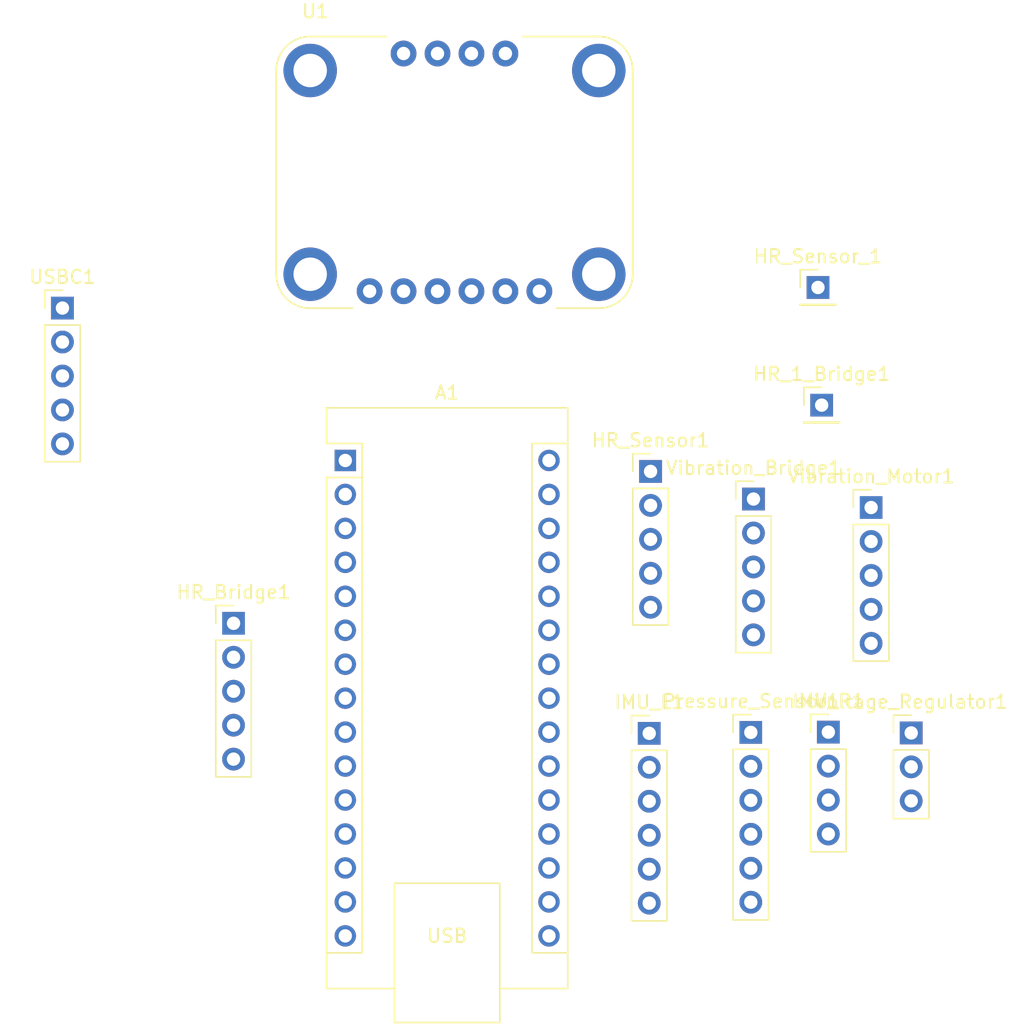
<source format=kicad_pcb>
(kicad_pcb (version 20241229) (generator "pcbnew") (generator_version "9.0")
  (layers (0 "F.Cu" signal) (4 "In1.Cu" signal) (6 "In2.Cu" signal) (2 "B.Cu" signal) (13 "F.Paste" user) (15 "B.Paste" user) (5 "F.SilkS" user "F.Silkscreen") (7 "B.SilkS" user "B.Silkscreen") (1 "F.Mask" user) (3 "B.Mask" user) (25 "Edge.Cuts" user))
  (net 0 "")
  (net 2 "/SCL")
  (net 3 "/SDA")
  (net 5 "/D5")
  (net 10 "GND")
  (net 11 "/D4")
  (net 21 "/D10")
  (net 24 "VCC")
  (net 41 "/3.3")
  (net 56 "/3.7")
  (footprint "Connector_PinHeader_2.54mm:PinHeader_1x01_P2.54mm_Vertical" (layer "F.Cu") (at 141.7 64.2)
    (property "Reference" "HR_1_Bridge1" (at 0 -2.33 0) (layer "F.SilkS"))
    (property "Value" "Conn_01x01")
    (fp_line (start -1.33 -1.33) (end 0 -1.33) (stroke (width 0.12)) (layer "F.SilkS"))
    (fp_line (start -1.33 0) (end -1.33 -1.33) (stroke (width 0.12)) (layer "F.SilkS"))
    (fp_line (start -1.33 1.27) (end -1.33 1.33) (stroke (width 0.12)) (layer "F.SilkS"))
    (fp_line (start -1.33 1.27) (end 1.33 1.27) (stroke (width 0.12)) (layer "F.SilkS"))
    (fp_line (start -1.33 1.33) (end 1.33 1.33) (stroke (width 0.12)) (layer "F.SilkS"))
    (fp_line (start 1.33 1.27) (end 1.33 1.33) (stroke (width 0.12)) (layer "F.SilkS"))
    (pad "1" thru_hole rect (at 0 0) (size 1.7 1.7) (drill 1) (layers "*.Cu" "*.Mask"))
  )
  (footprint "Module:Arduino_Nano" (layer "F.Cu") (at 106.06 68.34)
    (property "Reference" "A1" (at 7.62 -5.08 0) (layer "F.SilkS"))
    (property "Value" "Arduino_Nano_Every")
    (fp_line (start -1.4 -3.94) (end -1.4 -1.27) (stroke (width 0.12)) (layer "F.SilkS"))
    (fp_line (start -1.4 1.27) (end -1.4 39.5) (stroke (width 0.12)) (layer "F.SilkS"))
    (fp_line (start -1.4 39.5) (end 3.68 39.5) (stroke (width 0.12)) (layer "F.SilkS"))
    (fp_line (start 1.27 -1.27) (end -1.4 -1.27) (stroke (width 0.12)) (layer "F.SilkS"))
    (fp_line (start 1.27 1.27) (end -1.4 1.27) (stroke (width 0.12)) (layer "F.SilkS"))
    (fp_line (start 1.27 1.27) (end 1.27 -1.27) (stroke (width 0.12)) (layer "F.SilkS"))
    (fp_line (start 1.27 1.27) (end 1.27 36.83) (stroke (width 0.12)) (layer "F.SilkS"))
    (fp_line (start 1.27 36.83) (end -1.4 36.83) (stroke (width 0.12)) (layer "F.SilkS"))
    (fp_line (start 3.68 31.62) (end 11.56 31.62) (stroke (width 0.12)) (layer "F.SilkS"))
    (fp_line (start 3.68 42.04) (end 3.68 31.62) (stroke (width 0.12)) (layer "F.SilkS"))
    (fp_line (start 11.56 31.62) (end 11.56 42.04) (stroke (width 0.12)) (layer "F.SilkS"))
    (fp_line (start 11.56 42.04) (end 3.68 42.04) (stroke (width 0.12)) (layer "F.SilkS"))
    (fp_line (start 13.97 -1.27) (end 13.97 36.83) (stroke (width 0.12)) (layer "F.SilkS"))
    (fp_line (start 13.97 -1.27) (end 16.64 -1.27) (stroke (width 0.12)) (layer "F.SilkS"))
    (fp_line (start 13.97 36.83) (end 16.64 36.83) (stroke (width 0.12)) (layer "F.SilkS"))
    (fp_line (start 16.64 -3.94) (end -1.4 -3.94) (stroke (width 0.12)) (layer "F.SilkS"))
    (fp_line (start 16.64 39.5) (end 11.56 39.5) (stroke (width 0.12)) (layer "F.SilkS"))
    (fp_line (start 16.64 39.5) (end 16.64 -3.94) (stroke (width 0.12)) (layer "F.SilkS"))
    (fp_text user "USB" (at 7.62 35.56 0) (layer "F.SilkS"))
    (pad "1" thru_hole rect (at 0 0) (size 1.6 1.6) (drill 1) (layers "*.Cu" "*.Mask"))
    (pad "2" thru_hole oval (at 0 2.54) (size 1.6 1.6) (drill 1) (layers "*.Cu" "*.Mask"))
    (pad "3" thru_hole oval (at 0 5.08) (size 1.6 1.6) (drill 1) (layers "*.Cu" "*.Mask"))
    (pad "4" thru_hole oval (at 0 7.62) (size 1.6 1.6) (drill 1) (layers "*.Cu" "*.Mask") (net 10 "GND"))
    (pad "5" thru_hole oval (at 0 10.16) (size 1.6 1.6) (drill 1) (layers "*.Cu" "*.Mask"))
    (pad "6" thru_hole oval (at 0 12.7) (size 1.6 1.6) (drill 1) (layers "*.Cu" "*.Mask"))
    (pad "7" thru_hole oval (at 0 15.24) (size 1.6 1.6) (drill 1) (layers "*.Cu" "*.Mask") (net 11 "/D4"))
    (pad "8" thru_hole oval (at 0 17.78) (size 1.6 1.6) (drill 1) (layers "*.Cu" "*.Mask") (net 5 "/D5"))
    (pad "9" thru_hole oval (at 0 20.32) (size 1.6 1.6) (drill 1) (layers "*.Cu" "*.Mask"))
    (pad "10" thru_hole oval (at 0 22.86) (size 1.6 1.6) (drill 1) (layers "*.Cu" "*.Mask"))
    (pad "11" thru_hole oval (at 0 25.4) (size 1.6 1.6) (drill 1) (layers "*.Cu" "*.Mask"))
    (pad "12" thru_hole oval (at 0 27.94) (size 1.6 1.6) (drill 1) (layers "*.Cu" "*.Mask"))
    (pad "13" thru_hole oval (at 0 30.48) (size 1.6 1.6) (drill 1) (layers "*.Cu" "*.Mask") (net 21 "/D10"))
    (pad "14" thru_hole oval (at 0 33.02) (size 1.6 1.6) (drill 1) (layers "*.Cu" "*.Mask"))
    (pad "15" thru_hole oval (at 0 35.56) (size 1.6 1.6) (drill 1) (layers "*.Cu" "*.Mask"))
    (pad "16" thru_hole oval (at 15.24 35.56) (size 1.6 1.6) (drill 1) (layers "*.Cu" "*.Mask"))
    (pad "17" thru_hole oval (at 15.24 33.02) (size 1.6 1.6) (drill 1) (layers "*.Cu" "*.Mask"))
    (pad "18" thru_hole oval (at 15.24 30.48) (size 1.6 1.6) (drill 1) (layers "*.Cu" "*.Mask"))
    (pad "19" thru_hole oval (at 15.24 27.94) (size 1.6 1.6) (drill 1) (layers "*.Cu" "*.Mask"))
    (pad "20" thru_hole oval (at 15.24 25.4) (size 1.6 1.6) (drill 1) (layers "*.Cu" "*.Mask"))
    (pad "21" thru_hole oval (at 15.24 22.86) (size 1.6 1.6) (drill 1) (layers "*.Cu" "*.Mask"))
    (pad "22" thru_hole oval (at 15.24 20.32) (size 1.6 1.6) (drill 1) (layers "*.Cu" "*.Mask"))
    (pad "23" thru_hole oval (at 15.24 17.78) (size 1.6 1.6) (drill 1) (layers "*.Cu" "*.Mask") (net 3 "/SDA"))
    (pad "24" thru_hole oval (at 15.24 15.24) (size 1.6 1.6) (drill 1) (layers "*.Cu" "*.Mask") (net 2 "/SCL"))
    (pad "25" thru_hole oval (at 15.24 12.7) (size 1.6 1.6) (drill 1) (layers "*.Cu" "*.Mask"))
    (pad "26" thru_hole oval (at 15.24 10.16) (size 1.6 1.6) (drill 1) (layers "*.Cu" "*.Mask"))
    (pad "27" thru_hole oval (at 15.24 7.62) (size 1.6 1.6) (drill 1) (layers "*.Cu" "*.Mask"))
    (pad "28" thru_hole oval (at 15.24 5.08) (size 1.6 1.6) (drill 1) (layers "*.Cu" "*.Mask"))
    (pad "29" thru_hole oval (at 15.24 2.54) (size 1.6 1.6) (drill 1) (layers "*.Cu" "*.Mask") (net 10 "GND"))
    (pad "30" thru_hole oval (at 15.24 0) (size 1.6 1.6) (drill 1) (layers "*.Cu" "*.Mask"))
  )
  (footprint "Connector_PinHeader_2.54mm:PinHeader_1x03_P2.54mm_Vertical" (layer "F.Cu") (at 148.4 88.72)
    (property "Reference" "Voltage_Regulator1" (at 0 -2.33 0) (layer "F.SilkS"))
    (property "Value" "Conn_01x03")
    (fp_line (start -1.33 -1.33) (end 0 -1.33) (stroke (width 0.12)) (layer "F.SilkS"))
    (fp_line (start -1.33 0) (end -1.33 -1.33) (stroke (width 0.12)) (layer "F.SilkS"))
    (fp_line (start -1.33 1.27) (end -1.33 6.41) (stroke (width 0.12)) (layer "F.SilkS"))
    (fp_line (start -1.33 1.27) (end 1.33 1.27) (stroke (width 0.12)) (layer "F.SilkS"))
    (fp_line (start -1.33 6.41) (end 1.33 6.41) (stroke (width 0.12)) (layer "F.SilkS"))
    (fp_line (start 1.33 1.27) (end 1.33 6.41) (stroke (width 0.12)) (layer "F.SilkS"))
    (pad "1" thru_hole rect (at 0 0) (size 1.7 1.7) (drill 1) (layers "*.Cu" "*.Mask") (net 56 "/3.7"))
    (pad "2" thru_hole oval (at 0 2.54) (size 1.7 1.7) (drill 1) (layers "*.Cu" "*.Mask") (net 41 "/3.3"))
    (pad "3" thru_hole oval (at 0 5.08) (size 1.7 1.7) (drill 1) (layers "*.Cu" "*.Mask") (net 10 "GND"))
  )
  (footprint "Connector_PinHeader_2.54mm:PinHeader_1x05_P2.54mm_Vertical" (layer "F.Cu") (at 84.9 56.94)
    (property "Reference" "USBC1" (at 0 -2.33 0) (layer "F.SilkS"))
    (property "Value" "Conn_01x05")
    (fp_line (start -1.33 -1.33) (end 0 -1.33) (stroke (width 0.12)) (layer "F.SilkS"))
    (fp_line (start -1.33 0) (end -1.33 -1.33) (stroke (width 0.12)) (layer "F.SilkS"))
    (fp_line (start -1.33 1.27) (end -1.33 11.49) (stroke (width 0.12)) (layer "F.SilkS"))
    (fp_line (start -1.33 1.27) (end 1.33 1.27) (stroke (width 0.12)) (layer "F.SilkS"))
    (fp_line (start -1.33 11.49) (end 1.33 11.49) (stroke (width 0.12)) (layer "F.SilkS"))
    (fp_line (start 1.33 1.27) (end 1.33 11.49) (stroke (width 0.12)) (layer "F.SilkS"))
    (pad "1" thru_hole rect (at 0 0) (size 1.7 1.7) (drill 1) (layers "*.Cu" "*.Mask") (net 56 "/3.7"))
    (pad "2" thru_hole oval (at 0 2.54) (size 1.7 1.7) (drill 1) (layers "*.Cu" "*.Mask") (net 10 "GND"))
    (pad "3" thru_hole oval (at 0 5.08) (size 1.7 1.7) (drill 1) (layers "*.Cu" "*.Mask"))
    (pad "4" thru_hole oval (at 0 7.62) (size 1.7 1.7) (drill 1) (layers "*.Cu" "*.Mask"))
    (pad "5" thru_hole oval (at 0 10.16) (size 1.7 1.7) (drill 1) (layers "*.Cu" "*.Mask"))
  )
  (footprint "Connector_PinHeader_2.54mm:PinHeader_1x06_P2.54mm_Vertical" (layer "F.Cu") (at 136.4 88.68)
    (property "Reference" "Pressure_Sensor1" (at 0 -2.33 0) (layer "F.SilkS"))
    (property "Value" "Conn_01x06")
    (fp_line (start -1.33 -1.33) (end 0 -1.33) (stroke (width 0.12)) (layer "F.SilkS"))
    (fp_line (start -1.33 0) (end -1.33 -1.33) (stroke (width 0.12)) (layer "F.SilkS"))
    (fp_line (start -1.33 1.27) (end -1.33 14.03) (stroke (width 0.12)) (layer "F.SilkS"))
    (fp_line (start -1.33 1.27) (end 1.33 1.27) (stroke (width 0.12)) (layer "F.SilkS"))
    (fp_line (start -1.33 14.03) (end 1.33 14.03) (stroke (width 0.12)) (layer "F.SilkS"))
    (fp_line (start 1.33 1.27) (end 1.33 14.03) (stroke (width 0.12)) (layer "F.SilkS"))
    (pad "1" thru_hole rect (at 0 0) (size 1.7 1.7) (drill 1) (layers "*.Cu" "*.Mask") (net 41 "/3.3"))
    (pad "2" thru_hole oval (at 0 2.54) (size 1.7 1.7) (drill 1) (layers "*.Cu" "*.Mask") (net 10 "GND"))
    (pad "3" thru_hole oval (at 0 5.08) (size 1.7 1.7) (drill 1) (layers "*.Cu" "*.Mask"))
    (pad "4" thru_hole oval (at 0 7.62) (size 1.7 1.7) (drill 1) (layers "*.Cu" "*.Mask"))
    (pad "5" thru_hole oval (at 0 10.16) (size 1.7 1.7) (drill 1) (layers "*.Cu" "*.Mask") (net 2 "/SCL"))
    (pad "6" thru_hole oval (at 0 12.7) (size 1.7 1.7) (drill 1) (layers "*.Cu" "*.Mask") (net 3 "/SDA"))
  )
  (footprint "Connector_PinHeader_2.54mm:PinHeader_1x05_P2.54mm_Vertical" (layer "F.Cu") (at 128.9 69.16)
    (property "Reference" "HR_Sensor1" (at 0 -2.33 0) (layer "F.SilkS"))
    (property "Value" "Conn_01x05")
    (fp_line (start -1.33 -1.33) (end 0 -1.33) (stroke (width 0.12)) (layer "F.SilkS"))
    (fp_line (start -1.33 0) (end -1.33 -1.33) (stroke (width 0.12)) (layer "F.SilkS"))
    (fp_line (start -1.33 1.27) (end -1.33 11.49) (stroke (width 0.12)) (layer "F.SilkS"))
    (fp_line (start -1.33 1.27) (end 1.33 1.27) (stroke (width 0.12)) (layer "F.SilkS"))
    (fp_line (start -1.33 11.49) (end 1.33 11.49) (stroke (width 0.12)) (layer "F.SilkS"))
    (fp_line (start 1.33 1.27) (end 1.33 11.49) (stroke (width 0.12)) (layer "F.SilkS"))
    (pad "1" thru_hole rect (at 0 0) (size 1.7 1.7) (drill 1) (layers "*.Cu" "*.Mask") (net 11 "/D4"))
    (pad "2" thru_hole oval (at 0 2.54) (size 1.7 1.7) (drill 1) (layers "*.Cu" "*.Mask") (net 2 "/SCL"))
    (pad "3" thru_hole oval (at 0 5.08) (size 1.7 1.7) (drill 1) (layers "*.Cu" "*.Mask") (net 3 "/SDA"))
    (pad "4" thru_hole oval (at 0 7.62) (size 1.7 1.7) (drill 1) (layers "*.Cu" "*.Mask") (net 41 "/3.3"))
    (pad "5" thru_hole oval (at 0 10.16) (size 1.7 1.7) (drill 1) (layers "*.Cu" "*.Mask") (net 10 "GND"))
  )
  (footprint "Connector_PinHeader_2.54mm:PinHeader_1x05_P2.54mm_Vertical" (layer "F.Cu") (at 97.7 80.52)
    (property "Reference" "HR_Bridge1" (at 0 -2.33 0) (layer "F.SilkS"))
    (property "Value" "Conn_01x05")
    (fp_line (start -1.33 -1.33) (end 0 -1.33) (stroke (width 0.12)) (layer "F.SilkS"))
    (fp_line (start -1.33 0) (end -1.33 -1.33) (stroke (width 0.12)) (layer "F.SilkS"))
    (fp_line (start -1.33 1.27) (end -1.33 11.49) (stroke (width 0.12)) (layer "F.SilkS"))
    (fp_line (start -1.33 1.27) (end 1.33 1.27) (stroke (width 0.12)) (layer "F.SilkS"))
    (fp_line (start -1.33 11.49) (end 1.33 11.49) (stroke (width 0.12)) (layer "F.SilkS"))
    (fp_line (start 1.33 1.27) (end 1.33 11.49) (stroke (width 0.12)) (layer "F.SilkS"))
    (pad "1" thru_hole rect (at 0 0) (size 1.7 1.7) (drill 1) (layers "*.Cu" "*.Mask"))
    (pad "2" thru_hole oval (at 0 2.54) (size 1.7 1.7) (drill 1) (layers "*.Cu" "*.Mask"))
    (pad "3" thru_hole oval (at 0 5.08) (size 1.7 1.7) (drill 1) (layers "*.Cu" "*.Mask"))
    (pad "4" thru_hole oval (at 0 7.62) (size 1.7 1.7) (drill 1) (layers "*.Cu" "*.Mask"))
    (pad "5" thru_hole oval (at 0 10.16) (size 1.7 1.7) (drill 1) (layers "*.Cu" "*.Mask"))
  )
  (footprint "Connector_PinHeader_2.54mm:PinHeader_1x01_P2.54mm_Vertical" (layer "F.Cu") (at 141.425 55.4)
    (property "Reference" "HR_Sensor_1" (at 0 -2.33 0) (layer "F.SilkS"))
    (property "Value" "Conn_01x01")
    (fp_line (start -1.33 -1.33) (end 0 -1.33) (stroke (width 0.12)) (layer "F.SilkS"))
    (fp_line (start -1.33 0) (end -1.33 -1.33) (stroke (width 0.12)) (layer "F.SilkS"))
    (fp_line (start -1.33 1.27) (end -1.33 1.33) (stroke (width 0.12)) (layer "F.SilkS"))
    (fp_line (start -1.33 1.27) (end 1.33 1.27) (stroke (width 0.12)) (layer "F.SilkS"))
    (fp_line (start -1.33 1.33) (end 1.33 1.33) (stroke (width 0.12)) (layer "F.SilkS"))
    (fp_line (start 1.33 1.27) (end 1.33 1.33) (stroke (width 0.12)) (layer "F.SilkS"))
    (pad "1" thru_hole rect (at 0 0) (size 1.7 1.7) (drill 1) (layers "*.Cu" "*.Mask") (net 5 "/D5"))
  )
  (footprint "Connector_PinHeader_2.54mm:PinHeader_1x05_P2.54mm_Vertical" (layer "F.Cu") (at 145.4 71.86)
    (property "Reference" "Vibration_Motor1" (at 0 -2.33 0) (layer "F.SilkS"))
    (property "Value" "Conn_01x05")
    (fp_line (start -1.33 -1.33) (end 0 -1.33) (stroke (width 0.12)) (layer "F.SilkS"))
    (fp_line (start -1.33 0) (end -1.33 -1.33) (stroke (width 0.12)) (layer "F.SilkS"))
    (fp_line (start -1.33 1.27) (end -1.33 11.49) (stroke (width 0.12)) (layer "F.SilkS"))
    (fp_line (start -1.33 1.27) (end 1.33 1.27) (stroke (width 0.12)) (layer "F.SilkS"))
    (fp_line (start -1.33 11.49) (end 1.33 11.49) (stroke (width 0.12)) (layer "F.SilkS"))
    (fp_line (start 1.33 1.27) (end 1.33 11.49) (stroke (width 0.12)) (layer "F.SilkS"))
    (pad "1" thru_hole rect (at 0 0) (size 1.7 1.7) (drill 1) (layers "*.Cu" "*.Mask") (net 41 "/3.3"))
    (pad "2" thru_hole oval (at 0 2.54) (size 1.7 1.7) (drill 1) (layers "*.Cu" "*.Mask") (net 10 "GND"))
    (pad "3" thru_hole oval (at 0 5.08) (size 1.7 1.7) (drill 1) (layers "*.Cu" "*.Mask") (net 2 "/SCL"))
    (pad "4" thru_hole oval (at 0 7.62) (size 1.7 1.7) (drill 1) (layers "*.Cu" "*.Mask") (net 3 "/SDA"))
    (pad "5" thru_hole oval (at 0 10.16) (size 1.7 1.7) (drill 1) (layers "*.Cu" "*.Mask"))
  )
  (footprint "Connector_PinHeader_2.54mm:PinHeader_1x05_P2.54mm_Vertical" (layer "F.Cu") (at 136.6 71.225)
    (property "Reference" "Vibration_Bridge1" (at 0 -2.33 0) (layer "F.SilkS"))
    (property "Value" "Conn_01x05")
    (fp_line (start -1.33 -1.33) (end 0 -1.33) (stroke (width 0.12)) (layer "F.SilkS"))
    (fp_line (start -1.33 0) (end -1.33 -1.33) (stroke (width 0.12)) (layer "F.SilkS"))
    (fp_line (start -1.33 1.27) (end -1.33 11.49) (stroke (width 0.12)) (layer "F.SilkS"))
    (fp_line (start -1.33 1.27) (end 1.33 1.27) (stroke (width 0.12)) (layer "F.SilkS"))
    (fp_line (start -1.33 11.49) (end 1.33 11.49) (stroke (width 0.12)) (layer "F.SilkS"))
    (fp_line (start 1.33 1.27) (end 1.33 11.49) (stroke (width 0.12)) (layer "F.SilkS"))
    (pad "1" thru_hole rect (at 0 0) (size 1.7 1.7) (drill 1) (layers "*.Cu" "*.Mask"))
    (pad "2" thru_hole oval (at 0 2.54) (size 1.7 1.7) (drill 1) (layers "*.Cu" "*.Mask"))
    (pad "3" thru_hole oval (at 0 5.08) (size 1.7 1.7) (drill 1) (layers "*.Cu" "*.Mask"))
    (pad "4" thru_hole oval (at 0 7.62) (size 1.7 1.7) (drill 1) (layers "*.Cu" "*.Mask"))
    (pad "5" thru_hole oval (at 0 10.16) (size 1.7 1.7) (drill 1) (layers "*.Cu" "*.Mask"))
  )
  (footprint "BNO055:BNO055" (layer "F.Cu") (at 114.23 46.79)
    (property "Reference" "U1" (at -10.41 -12.045 0) (layer "F.SilkS"))
    (property "Value" "2472")
    (fp_line (start -13.335 7.62) (end -13.335 -7.62) (stroke (width 0.127)) (layer "F.SilkS"))
    (fp_line (start -10.795 -10.16) (end -5.0952 -10.16) (stroke (width 0.127)) (layer "F.SilkS"))
    (fp_line (start -7.6352 10.16) (end -10.795 10.16) (stroke (width 0.127)) (layer "F.SilkS"))
    (fp_line (start 5.0952 -10.16) (end 10.795 -10.16) (stroke (width 0.127)) (layer "F.SilkS"))
    (fp_line (start 10.795 10.16) (end 7.6352 10.16) (stroke (width 0.127)) (layer "F.SilkS"))
    (fp_line (start 13.335 -7.62) (end 13.335 7.62) (stroke (width 0.127)) (layer "F.SilkS"))
    (fp_arc (start -13.335 -7.62) (mid -12.591051 -9.416051) (end -10.795 -10.16) (stroke (width 0.127)) (layer "F.SilkS"))
    (fp_arc (start -10.795 10.16) (mid -12.591051 9.416051) (end -13.335 7.62) (stroke (width 0.127)) (layer "F.SilkS"))
    (fp_arc (start 10.795 -10.16) (mid 12.591051 -9.416051) (end 13.335 -7.62) (stroke (width 0.127)) (layer "F.SilkS"))
    (fp_arc (start 13.335 7.62) (mid 12.591051 9.416051) (end 10.795 10.16) (stroke (width 0.127)) (layer "F.SilkS"))
    (pad "1" thru_hole circle (at -6.35 8.89) (size 1.9304 1.9304) (drill 1) (layers "*.Cu" "*.Mask"))
    (pad "2" thru_hole circle (at -3.81 8.89) (size 1.9304 1.9304) (drill 1) (layers "*.Cu" "*.Mask") (net 41 "/3.3"))
    (pad "3" thru_hole circle (at -1.27 8.89) (size 1.9304 1.9304) (drill 1) (layers "*.Cu" "*.Mask") (net 10 "GND"))
    (pad "4" thru_hole circle (at 1.27 8.89) (size 1.9304 1.9304) (drill 1) (layers "*.Cu" "*.Mask") (net 3 "/SDA"))
    (pad "5" thru_hole circle (at 3.81 8.89) (size 1.9304 1.9304) (drill 1) (layers "*.Cu" "*.Mask") (net 2 "/SCL"))
    (pad "6" thru_hole circle (at 6.35 8.89) (size 1.9304 1.9304) (drill 1) (layers "*.Cu" "*.Mask"))
    (pad "7" thru_hole circle (at 3.81 -8.89) (size 1.9304 1.9304) (drill 1) (layers "*.Cu" "*.Mask"))
    (pad "8" thru_hole circle (at 1.27 -8.89) (size 1.9304 1.9304) (drill 1) (layers "*.Cu" "*.Mask") (net 21 "/D10"))
    (pad "9" thru_hole circle (at -1.27 -8.89) (size 1.9304 1.9304) (drill 1) (layers "*.Cu" "*.Mask"))
    (pad "10" thru_hole circle (at -3.81 -8.89) (size 1.9304 1.9304) (drill 1) (layers "*.Cu" "*.Mask"))
    (pad "SH1" thru_hole circle (at -10.795 7.62) (size 4 4) (drill 2.5) (layers "*.Cu" "*.Mask"))
    (pad "SH2" thru_hole circle (at 10.795 7.62) (size 4 4) (drill 2.5) (layers "*.Cu" "*.Mask"))
    (pad "SH3" thru_hole circle (at 10.795 -7.62) (size 4 4) (drill 2.5) (layers "*.Cu" "*.Mask"))
    (pad "SH4" thru_hole circle (at -10.795 -7.62) (size 4 4) (drill 2.5) (layers "*.Cu" "*.Mask"))
  )
  (footprint "Connector_PinHeader_2.54mm:PinHeader_1x04_P2.54mm_Vertical" (layer "F.Cu") (at 142.2 88.66)
    (property "Reference" "IMU_R1" (at 0 -2.33 0) (layer "F.SilkS"))
    (property "Value" "Conn_01x04")
    (fp_line (start -1.33 -1.33) (end 0 -1.33) (stroke (width 0.12)) (layer "F.SilkS"))
    (fp_line (start -1.33 0) (end -1.33 -1.33) (stroke (width 0.12)) (layer "F.SilkS"))
    (fp_line (start -1.33 1.27) (end -1.33 8.95) (stroke (width 0.12)) (layer "F.SilkS"))
    (fp_line (start -1.33 1.27) (end 1.33 1.27) (stroke (width 0.12)) (layer "F.SilkS"))
    (fp_line (start -1.33 8.95) (end 1.33 8.95) (stroke (width 0.12)) (layer "F.SilkS"))
    (fp_line (start 1.33 1.27) (end 1.33 8.95) (stroke (width 0.12)) (layer "F.SilkS"))
    (pad "1" thru_hole rect (at 0 0) (size 1.7 1.7) (drill 1) (layers "*.Cu" "*.Mask"))
    (pad "2" thru_hole oval (at 0 2.54) (size 1.7 1.7) (drill 1) (layers "*.Cu" "*.Mask"))
    (pad "3" thru_hole oval (at 0 5.08) (size 1.7 1.7) (drill 1) (layers "*.Cu" "*.Mask") (net 21 "/D10"))
    (pad "4" thru_hole oval (at 0 7.62) (size 1.7 1.7) (drill 1) (layers "*.Cu" "*.Mask"))
  )
  (footprint "Connector_PinHeader_2.54mm:PinHeader_1x06_P2.54mm_Vertical" (layer "F.Cu") (at 128.8 88.75)
    (property "Reference" "IMU_L1" (at 0 -2.33 0) (layer "F.SilkS"))
    (property "Value" "Conn_01x06")
    (fp_line (start -1.33 -1.33) (end 0 -1.33) (stroke (width 0.12)) (layer "F.SilkS"))
    (fp_line (start -1.33 0) (end -1.33 -1.33) (stroke (width 0.12)) (layer "F.SilkS"))
    (fp_line (start -1.33 1.27) (end -1.33 14.03) (stroke (width 0.12)) (layer "F.SilkS"))
    (fp_line (start -1.33 1.27) (end 1.33 1.27) (stroke (width 0.12)) (layer "F.SilkS"))
    (fp_line (start -1.33 14.03) (end 1.33 14.03) (stroke (width 0.12)) (layer "F.SilkS"))
    (fp_line (start 1.33 1.27) (end 1.33 14.03) (stroke (width 0.12)) (layer "F.SilkS"))
    (pad "1" thru_hole rect (at 0 0) (size 1.7 1.7) (drill 1) (layers "*.Cu" "*.Mask"))
    (pad "2" thru_hole oval (at 0 2.54) (size 1.7 1.7) (drill 1) (layers "*.Cu" "*.Mask") (net 24 "VCC"))
    (pad "3" thru_hole oval (at 0 5.08) (size 1.7 1.7) (drill 1) (layers "*.Cu" "*.Mask") (net 10 "GND"))
    (pad "4" thru_hole oval (at 0 7.62) (size 1.7 1.7) (drill 1) (layers "*.Cu" "*.Mask") (net 3 "/SDA"))
    (pad "5" thru_hole oval (at 0 10.16) (size 1.7 1.7) (drill 1) (layers "*.Cu" "*.Mask") (net 2 "/SCL"))
    (pad "6" thru_hole oval (at 0 12.7) (size 1.7 1.7) (drill 1) (layers "*.Cu" "*.Mask"))
  )
)
</source>
